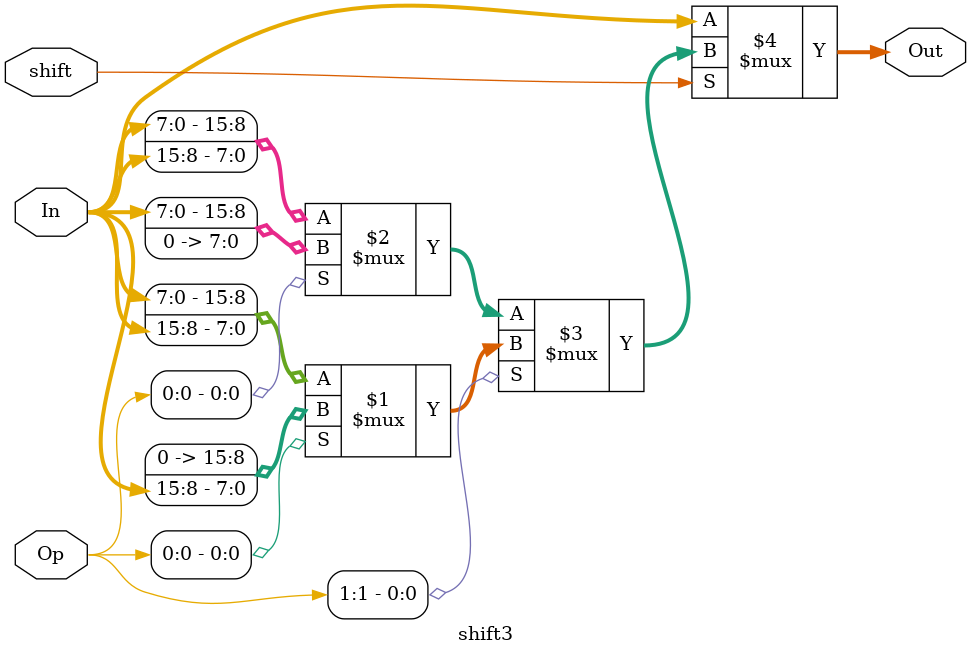
<source format=v>
/*
* zeroth shifting mux, shift only one bit, input connections:
* in, 16 bits number for shiting
* sel, 2 bit selection connected to the opcode for
* 	op[00] Rotate left
* 	op[01] Shift left
* 	op[10] rotate right
* 	op[11] Shift right logical
* shift, determine whether to shift or not
* out, output
*/
module shift3(In, Op, shift, Out);

input [1:0] Op;
input shift;
input [15:0] In;
output[15:0]Out;


assign Out = shift ? Op[1] ? Op[0] ? {8'b0, In[15:8]}: // op[11]
             {In[7:0], In[15:8]} :// op[10]
             Op[0] ? {In[7:0], 8'b0}: // op[01]
             {In[7:0], In[15:8]}: // op[00]
             In; // no shift in this shifter

endmodule
</source>
